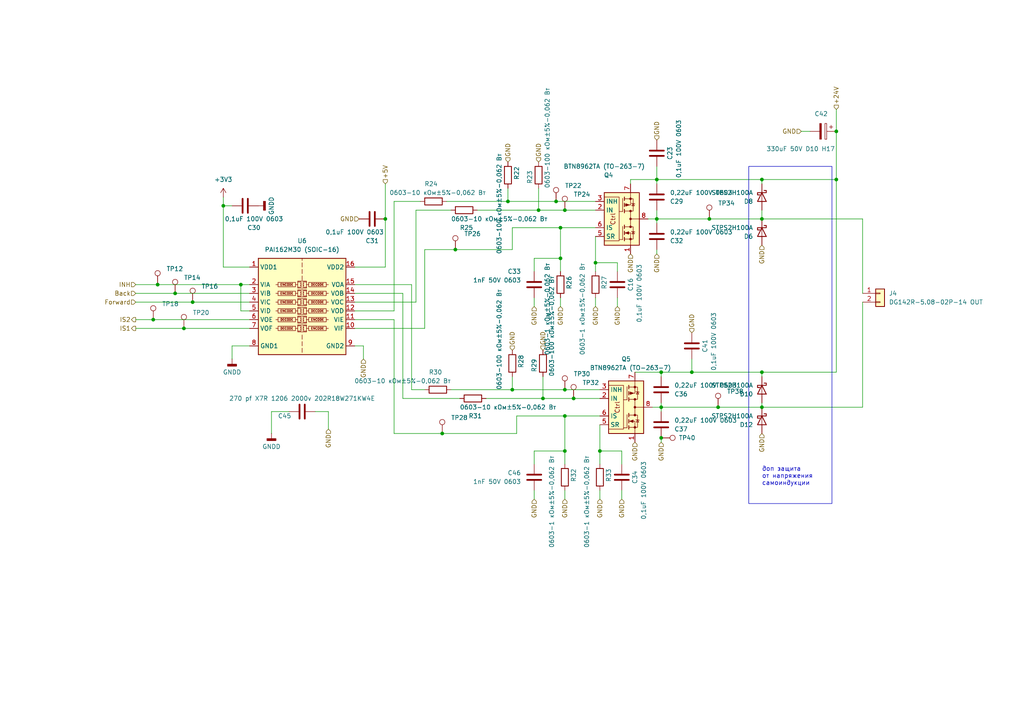
<source format=kicad_sch>
(kicad_sch (version 20250114) (generator "eeschema") (generator_version "9.0")
  (paper "A4")
  (lib_symbols
    (symbol "Connector:TestPoint" (pin_numbers (hide yes)) (pin_names (offset 0.762) (hide yes))
      (property "Reference" "TP" (at 0 6.858 0))
      (property "Value" "TestPoint" (at 0 5.08 0))
      (symbol "TestPoint_0_1"
        (circle (center 0 3.302) (radius 0.762))
      )
      (symbol "TestPoint_1_1"
        (pin passive line (at 0 0 90) (length 2.54) (name "1") (number "1"))
      )
    )
    (symbol "Connector_Generic:Conn_01x02" (pin_names (offset 1.016) (hide yes))
      (property "Reference" "J" (at 0 2.54 0))
      (property "Value" "Conn_01x02" (at 0 -5.08 0))
      (symbol "Conn_01x02_1_1"
        (rectangle (start -1.27 1.27) (end 1.27 -3.81) (stroke (width 0.254)) (fill (type background)))
        (rectangle (start -1.27 0.127) (end 0 -0.127) (stroke (width 0.1524)))
        (rectangle (start -1.27 -2.413) (end 0 -2.667) (stroke (width 0.1524)))
        (pin passive line (at -5.08 0 0) (length 3.81) (name "Pin_1") (number "1"))
        (pin passive line (at -5.08 -2.54 0) (length 3.81) (name "Pin_2") (number "2"))
      )
    )
    (symbol "Device:C" (pin_numbers (hide yes)) (pin_names (offset 0.254))
      (property "Reference" "C" (at 0.635 2.54 0))
      (property "Value" "C" (at 0.635 -2.54 0))
      (symbol "C_0_1"
        (polyline (pts (xy -2.032 0.762) (xy 2.032 0.762)) (stroke (width 0.508)))
        (polyline (pts (xy -2.032 -0.762) (xy 2.032 -0.762)) (stroke (width 0.508)))
      )
      (symbol "C_1_1"
        (pin passive line (at 0 3.81 270) (length 2.794) (name "~") (number "1"))
        (pin passive line (at 0 -3.81 90) (length 2.794) (name "~") (number "2"))
      )
    )
    (symbol "Device:C_Polarized" (pin_numbers (hide yes)) (pin_names (offset 0.254))
      (property "Reference" "C" (at 0.635 2.54 0))
      (property "Value" "C_Polarized" (at 0.635 -2.54 0))
      (symbol "C_Polarized_0_1"
        (rectangle (start -2.286 0.508) (end 2.286 1.016))
        (polyline (pts (xy -1.778 2.286) (xy -0.762 2.286)))
        (polyline (pts (xy -1.27 2.794) (xy -1.27 1.778)))
        (rectangle (start 2.286 -0.508) (end -2.286 -1.016) (fill (type outline)))
      )
      (symbol "C_Polarized_1_1"
        (pin passive line (at 0 3.81 270) (length 2.794) (name "~") (number "1"))
        (pin passive line (at 0 -3.81 90) (length 2.794) (name "~") (number "2"))
      )
    )
    (symbol "Device:D_Schottky" (pin_numbers (hide yes)) (pin_names (offset 1.016) (hide yes))
      (property "Reference" "D" (at 0 2.54 0))
      (property "Value" "D_Schottky" (at 0 -2.54 0))
      (symbol "D_Schottky_0_1"
        (polyline (pts (xy -1.905 0.635) (xy -1.905 1.27) (xy -1.27 1.27) (xy -1.27 -1.27) (xy -0.635 -1.27) (xy -0.635 -0.635)) (stroke (width 0.254)))
        (polyline (pts (xy 1.27 1.27) (xy 1.27 -1.27) (xy -1.27 0) (xy 1.27 1.27)) (stroke (width 0.254)))
        (polyline (pts (xy 1.27 0) (xy -1.27 0)))
      )
      (symbol "D_Schottky_1_1"
        (pin passive line (at -3.81 0 0) (length 2.54) (name "K") (number "1"))
        (pin passive line (at 3.81 0 180) (length 2.54) (name "A") (number "2"))
      )
    )
    (symbol "Device:R" (pin_numbers (hide yes)) (pin_names (offset 0))
      (property "Reference" "R" (at 2.032 0 90))
      (property "Value" "R" (at 0 0 90))
      (symbol "R_0_1"
        (rectangle (start -1.016 -2.54) (end 1.016 2.54) (stroke (width 0.254)))
      )
      (symbol "R_1_1"
        (pin passive line (at 0 3.81 270) (length 1.27) (name "~") (number "1"))
        (pin passive line (at 0 -3.81 90) (length 1.27) (name "~") (number "2"))
      )
    )
    (symbol "Isolator 7:π162M3x"
      (property "Reference" "U" (at 0 19.05 0))
      (property "Value" "π162M3x" (at 0 16.51 0))
      (symbol "π162M3x_0_0"
        (polyline (pts (xy -6.985 7.62) (xy -7.62 7.62)))
        (polyline (pts (xy -6.985 5.08) (xy -7.62 5.08)))
        (polyline (pts (xy -6.985 2.54) (xy -7.62 2.54)))
        (polyline (pts (xy -6.985 0) (xy -7.62 0)))
        (polyline (pts (xy -6.985 -2.54) (xy -7.62 -2.54)))
        (rectangle (start -6.985 -3.175) (end -1.905 -1.905))
        (polyline (pts (xy -6.985 -5.08) (xy -7.62 -5.08)))
        (rectangle (start -6.985 -5.715) (end -1.905 -4.445))
        (polyline (pts (xy -1.905 7.62) (xy -1.27 7.62)))
        (polyline (pts (xy -1.905 5.08) (xy -1.27 5.08)))
        (polyline (pts (xy -1.905 2.54) (xy -1.27 2.54)))
        (rectangle (start -1.905 0.635) (end -6.985 -0.635))
        (polyline (pts (xy -1.905 0) (xy -1.27 0)))
        (polyline (pts (xy -1.905 -2.54) (xy -1.27 -2.54)))
        (polyline (pts (xy -1.905 -5.08) (xy -1.27 -5.08)))
        (rectangle (start -1.27 8.636) (end 1.27 6.604))
        (polyline (pts (xy -1.27 8.382) (xy -0.508 8.382)))
        (polyline (pts (xy -1.27 6.858) (xy -0.508 6.858)))
        (rectangle (start -1.27 6.096) (end 1.27 4.064))
        (polyline (pts (xy -1.27 5.842) (xy -0.508 5.842)))
        (polyline (pts (xy -1.27 4.318) (xy -0.508 4.318)))
        (rectangle (start -1.27 3.556) (end 1.27 1.524))
        (polyline (pts (xy -1.27 3.302) (xy -0.508 3.302)))
        (polyline (pts (xy -1.27 1.778) (xy -0.508 1.778)))
        (rectangle (start -1.27 1.016) (end 1.27 -1.016))
        (polyline (pts (xy -1.27 0.762) (xy -0.508 0.762)))
        (polyline (pts (xy -1.27 -0.762) (xy -0.508 -0.762)))
        (polyline (pts (xy -1.27 -1.778) (xy -0.508 -1.778)))
        (polyline (pts (xy -1.27 -3.302) (xy -0.508 -3.302)))
        (rectangle (start -1.27 -3.556) (end 1.27 -1.524))
        (polyline (pts (xy -1.27 -4.318) (xy -0.508 -4.318)))
        (polyline (pts (xy -1.27 -5.842) (xy -0.508 -5.842)))
        (rectangle (start -1.27 -6.096) (end 1.27 -4.064))
        (arc (start -0.508 8.382) (mid -0.2551 8.128) (end -0.508 7.874))
        (arc (start -0.508 7.874) (mid -0.2551 7.62) (end -0.508 7.366))
        (arc (start -0.508 7.366) (mid -0.2551 7.112) (end -0.508 6.858))
        (arc (start -0.508 5.842) (mid -0.2551 5.588) (end -0.508 5.334))
        (arc (start -0.508 5.334) (mid -0.2551 5.08) (end -0.508 4.826))
        (arc (start -0.508 4.826) (mid -0.2551 4.572) (end -0.508 4.318))
        (arc (start -0.508 3.302) (mid -0.2551 3.048) (end -0.508 2.794))
        (arc (start -0.508 2.794) (mid -0.2551 2.54) (end -0.508 2.286))
        (arc (start -0.508 2.286) (mid -0.2551 2.032) (end -0.508 1.778))
        (arc (start -0.508 0.762) (mid -0.2551 0.508) (end -0.508 0.254))
        (arc (start -0.508 0.254) (mid -0.2551 0) (end -0.508 -0.254))
        (arc (start -0.508 -0.254) (mid -0.2551 -0.508) (end -0.508 -0.762))
        (arc (start -0.508 -1.778) (mid -0.255 -2.032) (end -0.508 -2.286))
        (arc (start -0.508 -2.286) (mid -0.255 -2.54) (end -0.508 -2.794))
        (arc (start -0.508 -2.794) (mid -0.255 -3.048) (end -0.508 -3.302))
        (arc (start -0.508 -4.318) (mid -0.255 -4.572) (end -0.508 -4.826))
        (arc (start -0.508 -4.826) (mid -0.255 -5.08) (end -0.508 -5.334))
        (arc (start -0.508 -5.334) (mid -0.255 -5.588) (end -0.508 -5.842))
        (polyline (pts (xy 0 15.24) (xy 0 14.605)))
        (polyline (pts (xy 0 12.7) (xy 0 13.97)))
        (polyline (pts (xy 0 10.795) (xy 0 12.065)))
        (polyline (pts (xy 0 8.89) (xy 0 10.16)))
        (polyline (pts (xy 0 -6.985) (xy 0 -8.255)))
        (polyline (pts (xy 0 -8.89) (xy 0 -10.16)))
        (polyline (pts (xy 0 -10.795) (xy 0 -12.065)))
        (arc (start 0.508 7.874) (mid 0.255 8.128) (end 0.508 8.382))
        (arc (start 0.508 7.366) (mid 0.255 7.62) (end 0.508 7.874))
        (arc (start 0.508 6.858) (mid 0.255 7.112) (end 0.508 7.366))
        (arc (start 0.508 5.334) (mid 0.255 5.588) (end 0.508 5.842))
        (arc (start 0.508 4.826) (mid 0.255 5.08) (end 0.508 5.334))
        (arc (start 0.508 4.318) (mid 0.255 4.572) (end 0.508 4.826))
        (arc (start 0.508 2.794) (mid 0.255 3.048) (end 0.508 3.302))
        (arc (start 0.508 2.286) (mid 0.255 2.54) (end 0.508 2.794))
        (arc (start 0.508 1.778) (mid 0.255 2.032) (end 0.508 2.286))
        (arc (start 0.508 0.254) (mid 0.255 0.508) (end 0.508 0.762))
        (arc (start 0.508 -0.254) (mid 0.255 0) (end 0.508 0.254))
        (arc (start 0.508 -0.762) (mid 0.255 -0.508) (end 0.508 -0.254))
        (arc (start 0.508 -2.286) (mid 0.255 -2.032) (end 0.508 -1.778))
        (arc (start 0.508 -2.794) (mid 0.255 -2.54) (end 0.508 -2.286))
        (arc (start 0.508 -3.302) (mid 0.255 -3.048) (end 0.508 -2.794))
        (arc (start 0.508 -4.826) (mid 0.255 -4.572) (end 0.508 -4.318))
        (arc (start 0.508 -5.334) (mid 0.255 -5.08) (end 0.508 -4.826))
        (arc (start 0.508 -5.842) (mid 0.255 -5.588) (end 0.508 -5.334))
        (polyline (pts (xy 1.27 8.382) (xy 0.508 8.382)))
        (polyline (pts (xy 1.27 6.858) (xy 0.508 6.858)))
        (polyline (pts (xy 1.27 5.842) (xy 0.508 5.842)))
        (polyline (pts (xy 1.27 4.318) (xy 0.508 4.318)))
        (polyline (pts (xy 1.27 3.302) (xy 0.508 3.302)))
        (polyline (pts (xy 1.27 1.778) (xy 0.508 1.778)))
        (polyline (pts (xy 1.27 0.762) (xy 0.508 0.762)))
        (polyline (pts (xy 1.27 -0.762) (xy 0.508 -0.762)))
        (polyline (pts (xy 1.27 -1.778) (xy 0.508 -1.778)))
        (polyline (pts (xy 1.27 -3.302) (xy 0.508 -3.302)))
        (polyline (pts (xy 1.27 -4.318) (xy 0.508 -4.318)))
        (polyline (pts (xy 1.27 -5.842) (xy 0.508 -5.842)))
        (rectangle (start 1.905 8.255) (end 6.985 6.985))
        (polyline (pts (xy 1.905 7.62) (xy 1.27 7.62)))
        (rectangle (start 1.905 5.715) (end 6.985 4.445))
        (polyline (pts (xy 1.905 5.08) (xy 1.27 5.08)))
        (rectangle (start 1.905 3.175) (end 6.985 1.905))
        (polyline (pts (xy 1.905 2.54) (xy 1.27 2.54)))
        (rectangle (start 1.905 0.635) (end 6.985 -0.635))
        (polyline (pts (xy 1.905 0) (xy 1.27 0)))
        (polyline (pts (xy 1.905 -2.54) (xy 1.27 -2.54)))
        (polyline (pts (xy 1.905 -5.08) (xy 1.27 -5.08)))
        (polyline (pts (xy 6.985 7.62) (xy 7.62 7.62)))
        (polyline (pts (xy 6.985 5.08) (xy 7.62 5.08)))
        (polyline (pts (xy 6.985 2.54) (xy 7.62 2.54)))
        (polyline (pts (xy 6.985 0) (xy 7.62 0)))
        (polyline (pts (xy 6.985 -2.54) (xy 7.62 -2.54)))
        (polyline (pts (xy 6.985 -5.08) (xy 7.62 -5.08)))
        (rectangle (start 6.985 -5.715) (end 1.905 -4.445))
        (text "ENCODE" (at -4.445 7.62 0) (effects (font (size 0.635 0.635))))
        (text "ENCODE" (at -4.445 5.08 0) (effects (font (size 0.635 0.635))))
        (text "ENCODE" (at -4.445 2.54 0) (effects (font (size 0.635 0.635))))
        (text "ENCODE" (at -4.445 0 0) (effects (font (size 0.635 0.635))))
        (text "DECODE" (at -4.445 -2.54 0) (effects (font (size 0.635 0.635))))
        (text "DECODE" (at -4.445 -5.08 0) (effects (font (size 0.635 0.635))))
        (text "DECODE" (at 4.445 7.62 0) (effects (font (size 0.635 0.635))))
        (text "DECODE" (at 4.445 5.08 0) (effects (font (size 0.635 0.635))))
        (text "DECODE" (at 4.445 2.54 0) (effects (font (size 0.635 0.635))))
        (text "DECODE" (at 4.445 0 0) (effects (font (size 0.635 0.635))))
        (text "ENCODE" (at 4.445 -2.54 0) (effects (font (size 0.635 0.635))))
        (text "ENCODE" (at 4.445 -5.08 0) (effects (font (size 0.635 0.635))))
      )
      (symbol "π162M3x_0_1"
        (rectangle (start -12.7 15.24) (end 12.7 -12.7) (stroke (width 0.254)) (fill (type background)))
        (rectangle (start -1.905 8.255) (end -6.985 6.985))
        (rectangle (start -1.905 5.715) (end -6.985 4.445))
        (rectangle (start -1.905 3.175) (end -6.985 1.905))
        (rectangle (start 6.985 -3.175) (end 1.905 -1.905))
      )
      (symbol "π162M3x_1_1"
        (pin power_in line (at -15.24 12.7 0) (length 2.54) (name "VDD1") (number "1"))
        (pin input line (at -15.24 7.62 0) (length 2.54) (name "VIA") (number "2"))
        (pin input line (at -15.24 5.08 0) (length 2.54) (name "VIB") (number "3"))
        (pin input line (at -15.24 2.54 0) (length 2.54) (name "VIC") (number "4"))
        (pin input line (at -15.24 0 0) (length 2.54) (name "VID") (number "5"))
        (pin output line (at -15.24 -2.54 0) (length 2.54) (name "VOE") (number "6"))
        (pin output line (at -15.24 -5.08 0) (length 2.54) (name "VOF") (number "7"))
        (pin power_in line (at -15.24 -10.16 0) (length 2.54) (name "GND1") (number "8"))
        (pin power_in line (at 15.24 12.7 180) (length 2.54) (name "VDD2") (number "16"))
        (pin output line (at 15.24 7.62 180) (length 2.54) (name "VOA") (number "15"))
        (pin output line (at 15.24 5.08 180) (length 2.54) (name "VOB") (number "14"))
        (pin output line (at 15.24 2.54 180) (length 2.54) (name "VOC") (number "13"))
        (pin output line (at 15.24 0 180) (length 2.54) (name "VOD") (number "12"))
        (pin input line (at 15.24 -2.54 180) (length 2.54) (name "VIE") (number "11"))
        (pin input line (at 15.24 -5.08 180) (length 2.54) (name "VIF") (number "10"))
        (pin power_in line (at 15.24 -10.16 180) (length 2.54) (name "GND2") (number "9"))
      )
    )
    (symbol "Power_Management:BTN8982TA"
      (property "Reference" "Q" (at 6.35 5.715 0))
      (property "Value" "BTN8982TA" (at 6.35 3.81 0))
      (symbol "BTN8982TA_0_1"
        (rectangle (start -5.08 7.62) (end 5.08 -7.62) (stroke (width 0.254)) (fill (type background)))
        (polyline (pts (xy -5.08 6.35) (xy -0.762 6.35) (xy -0.762 -6.35) (xy -5.08 -6.35)))
        (polyline (pts (xy 0.254 2.159) (xy -0.762 2.159)))
        (polyline (pts (xy 0.254 -5.969) (xy -0.762 -5.969)))
        (polyline (pts (xy 2.54 2.286) (xy 2.54 -2.286)))
        (polyline (pts (xy 2.54 0) (xy 5.08 0)))
        (polyline (pts (xy 2.54 -5.842) (xy 2.54 -7.62) (xy 2.54 -6.858)))
      )
      (symbol "BTN8982TA_1_0"
        (text "Ctrl" (at -2.54 0 900) (effects (font (size 1.27 1.27))))
      )
      (symbol "BTN8982TA_1_1"
        (polyline (pts (xy 0.254 5.969) (xy 0.254 2.159) (xy 0.254 2.159)))
        (polyline (pts (xy 0.254 -2.159) (xy 0.254 -5.969) (xy 0.254 -5.969)))
        (polyline (pts (xy 0.762 6.35) (xy 0.762 5.334)) (stroke (width 0.254)))
        (polyline (pts (xy 0.762 5.842) (xy 2.54 5.842)))
        (polyline (pts (xy 0.762 4.572) (xy 0.762 3.556)) (stroke (width 0.254)))
        (polyline (pts (xy 0.762 4.064) (xy 2.54 4.064)))
        (polyline (pts (xy 0.762 2.794) (xy 0.762 1.778)) (stroke (width 0.254)))
        (polyline (pts (xy 0.762 2.286) (xy 2.54 2.286)))
        (polyline (pts (xy 0.762 -1.778) (xy 0.762 -2.794)) (stroke (width 0.254)))
        (polyline (pts (xy 0.762 -2.286) (xy 2.54 -2.286)))
        (polyline (pts (xy 0.762 -3.556) (xy 0.762 -4.572)) (stroke (width 0.254)))
        (polyline (pts (xy 0.762 -4.064) (xy 2.54 -4.064)))
        (polyline (pts (xy 0.762 -5.334) (xy 0.762 -6.35)) (stroke (width 0.254)))
        (polyline (pts (xy 0.762 -5.842) (xy 2.54 -5.842)))
        (polyline (pts (xy 1.016 -4.064) (xy 2.032 -3.683) (xy 2.032 -4.445) (xy 1.016 -4.064)) (fill (type outline)))
        (polyline (pts (xy 2.159 4.064) (xy 1.143 3.683) (xy 1.143 4.445) (xy 2.159 4.064)) (fill (type outline)))
        (polyline (pts (xy 2.54 7.62) (xy 2.54 5.842)))
        (circle (center 2.54 5.842) (radius 0.2794) (fill (type outline)))
        (polyline (pts (xy 2.54 4.064) (xy 2.54 5.842)))
        (polyline (pts (xy 2.54 2.286) (xy 3.302 2.286) (xy 3.302 5.842) (xy 2.54 5.842)))
        (circle (center 2.54 2.286) (radius 0.2794) (fill (type outline)))
        (circle (center 2.54 0) (radius 0.2794) (fill (type outline)))
        (circle (center 2.54 -2.286) (radius 0.2794) (fill (type outline)))
        (polyline (pts (xy 2.54 -5.842) (xy 2.54 -4.064)))
        (polyline (pts (xy 2.54 -5.842) (xy 3.302 -5.842) (xy 3.302 -2.286) (xy 2.54 -2.286)))
        (circle (center 2.54 -5.842) (radius 0.2794) (fill (type outline)))
        (polyline (pts (xy 2.794 4.572) (xy 2.921 4.445) (xy 3.683 4.445) (xy 3.81 4.318)))
        (polyline (pts (xy 2.794 -3.556) (xy 2.921 -3.683) (xy 3.683 -3.683) (xy 3.81 -3.81)))
        (polyline (pts (xy 3.302 4.445) (xy 2.921 3.81) (xy 3.683 3.81) (xy 3.302 4.445)))
        (polyline (pts (xy 3.302 -3.683) (xy 2.921 -4.318) (xy 3.683 -4.318) (xy 3.302 -3.683)))
        (pin input line (at -7.62 5.08 0) (length 2.54) (name "INH") (number "3"))
        (pin input line (at -7.62 2.54 0) (length 2.54) (name "IN") (number "2"))
        (pin output line (at -7.62 -2.54 0) (length 2.54) (name "IS") (number "6"))
        (pin input line (at -7.62 -5.08 0) (length 2.54) (name "SR") (number "5"))
        (pin power_in line (at 2.54 10.16 270) (length 2.54) (name "~") (number "7"))
        (pin power_in line (at 2.54 -10.16 90) (length 2.54) (name "~") (number "1"))
        (pin passive line (at 7.62 0 180) (length 2.54) (hide yes) (name "~") (number "4"))
        (pin passive line (at 7.62 0 180) (length 2.54) (name "~") (number "8"))
      )
    )
    (symbol "power:+3V3" (power) (pin_numbers (hide yes)) (pin_names (offset 0) (hide yes))
      (property "Value" "+3V3" (at 0 3.556 0))
      (symbol "+3V3_0_1"
        (polyline (pts (xy -0.762 1.27) (xy 0 2.54)))
        (polyline (pts (xy 0 2.54) (xy 0.762 1.27)))
        (polyline (pts (xy 0 0) (xy 0 2.54)))
      )
      (symbol "+3V3_1_1"
        (pin power_in line (at 0 0 90) (length 0) (name "~") (number "1"))
      )
    )
    (symbol "power:GNDD" (power) (pin_numbers (hide yes)) (pin_names (offset 0) (hide yes))
      (property "Value" "GNDD" (at 0 -3.175 0))
      (symbol "GNDD_0_1"
        (rectangle (start -1.27 -1.524) (end 1.27 -2.032) (stroke (width 0.254)) (fill (type outline)))
        (polyline (pts (xy 0 0) (xy 0 -1.524)))
      )
      (symbol "GNDD_1_1"
        (pin power_in line (at 0 0 270) (length 0) (name "~") (number "1"))
      )
    )
  )
  (rectangle (start 217.17 48.26) (end 241.3 146.05))
  (text "доп защита\nот напряжения\nсамоиндукции" (at 220.98 140.97 0) (effects (font (size 1.27 1.27)) (justify left bottom)))
  (junction (at 191.77 107.95))
  (junction (at 220.98 107.95))
  (junction (at 111.76 63.5))
  (junction (at 208.28 118.11))
  (junction (at 173.99 130.81))
  (junction (at 191.77 118.11))
  (junction (at 190.5 52.07))
  (junction (at 242.57 52.07))
  (junction (at 220.98 118.11))
  (junction (at 190.5 63.5))
  (junction (at 205.74 63.5))
  (junction (at 148.59 113.03))
  (junction (at 161.29 58.42))
  (junction (at 128.27 125.73))
  (junction (at 200.66 107.95))
  (junction (at 55.88 87.63))
  (junction (at 162.56 74.93))
  (junction (at 69.85 82.55))
  (junction (at 191.77 127))
  (junction (at 45.72 82.55))
  (junction (at 50.8 85.09))
  (junction (at 156.21 60.96))
  (junction (at 220.98 52.07))
  (junction (at 157.48 115.57))
  (junction (at 163.83 113.03))
  (junction (at 242.57 38.1))
  (junction (at 53.34 95.25))
  (junction (at 147.32 58.42))
  (junction (at 163.83 60.96))
  (junction (at 64.77 59.69))
  (junction (at 132.08 72.39))
  (junction (at 166.37 115.57))
  (junction (at 162.56 66.04))
  (junction (at 220.98 63.5))
  (junction (at 172.72 76.2))
  (junction (at 163.83 130.81))
  (junction (at 163.83 120.65))
  (junction (at 44.45 92.71))
  (wire (pts (xy 55.88 87.63) (xy 72.39 87.63)))
  (wire (pts (xy 220.98 63.5) (xy 250.19 63.5)))
  (wire (pts (xy 163.83 60.96) (xy 156.21 60.96)))
  (wire (pts (xy 95.25 119.38) (xy 95.25 124.46)))
  (wire (pts (xy 120.65 60.96) (xy 120.65 87.63)))
  (wire (pts (xy 130.81 60.96) (xy 120.65 60.96)))
  (wire (pts (xy 67.31 100.33) (xy 67.31 104.14)))
  (wire (pts (xy 173.99 130.81) (xy 173.99 134.62)))
  (wire (pts (xy 78.74 119.38) (xy 83.82 119.38)))
  (wire (pts (xy 129.54 58.42) (xy 147.32 58.42)))
  (wire (pts (xy 105.41 100.33) (xy 105.41 104.14)))
  (wire (pts (xy 190.5 63.5) (xy 205.74 63.5)))
  (wire (pts (xy 161.29 58.42) (xy 172.72 58.42)))
  (wire (pts (xy 69.85 82.55) (xy 72.39 82.55)))
  (wire (pts (xy 50.8 85.09) (xy 72.39 85.09)))
  (wire (pts (xy 205.74 63.5) (xy 220.98 63.5)))
  (wire (pts (xy 189.23 118.11) (xy 191.77 118.11)))
  (wire (pts (xy 114.3 58.42) (xy 121.92 58.42)))
  (wire (pts (xy 180.34 134.62) (xy 180.34 130.81)))
  (wire (pts (xy 173.99 123.19) (xy 173.99 130.81)))
  (wire (pts (xy 45.72 82.55) (xy 69.85 82.55)))
  (wire (pts (xy 111.76 77.47) (xy 111.76 63.5)))
  (wire (pts (xy 191.77 127) (xy 191.77 128.27)))
  (wire (pts (xy 78.74 125.73) (xy 78.74 119.38)))
  (wire (pts (xy 147.32 58.42) (xy 161.29 58.42)))
  (wire (pts (xy 220.98 52.07) (xy 242.57 52.07)))
  (wire (pts (xy 179.07 78.74) (xy 179.07 76.2)))
  (wire (pts (xy 39.37 85.09) (xy 50.8 85.09)))
  (wire (pts (xy 149.86 120.65) (xy 149.86 125.73)))
  (wire (pts (xy 179.07 76.2) (xy 172.72 76.2)))
  (wire (pts (xy 130.81 113.03) (xy 148.59 113.03)))
  (wire (pts (xy 39.37 87.63) (xy 55.88 87.63)))
  (wire (pts (xy 69.85 90.17) (xy 69.85 82.55)))
  (wire (pts (xy 250.19 87.63) (xy 250.19 118.11)))
  (wire (pts (xy 119.38 82.55) (xy 102.87 82.55)))
  (wire (pts (xy 234.95 38.1) (xy 232.41 38.1)))
  (wire (pts (xy 191.77 116.84) (xy 191.77 118.11)))
  (wire (pts (xy 191.77 107.95) (xy 200.66 107.95)))
  (wire (pts (xy 72.39 90.17) (xy 69.85 90.17)))
  (wire (pts (xy 119.38 82.55) (xy 119.38 113.03)))
  (wire (pts (xy 163.83 113.03) (xy 173.99 113.03)))
  (wire (pts (xy 172.72 88.9) (xy 172.72 86.36)))
  (wire (pts (xy 123.19 72.39) (xy 132.08 72.39)))
  (wire (pts (xy 64.77 59.69) (xy 67.31 59.69)))
  (wire (pts (xy 123.19 72.39) (xy 123.19 95.25)))
  (wire (pts (xy 102.87 92.71) (xy 114.3 92.71)))
  (wire (pts (xy 154.94 78.74) (xy 154.94 74.93)))
  (wire (pts (xy 172.72 68.58) (xy 172.72 76.2)))
  (wire (pts (xy 220.98 60.96) (xy 220.98 63.5)))
  (wire (pts (xy 184.15 107.95) (xy 191.77 107.95)))
  (wire (pts (xy 154.94 134.62) (xy 154.94 130.81)))
  (wire (pts (xy 242.57 52.07) (xy 242.57 107.95)))
  (wire (pts (xy 102.87 87.63) (xy 120.65 87.63)))
  (wire (pts (xy 147.32 58.42) (xy 147.32 54.61)))
  (wire (pts (xy 220.98 52.07) (xy 220.98 53.34)))
  (wire (pts (xy 157.48 109.22) (xy 157.48 115.57)))
  (wire (pts (xy 114.3 58.42) (xy 114.3 90.17)))
  (wire (pts (xy 154.94 130.81) (xy 163.83 130.81)))
  (wire (pts (xy 220.98 107.95) (xy 242.57 107.95)))
  (wire (pts (xy 116.84 115.57) (xy 133.35 115.57)))
  (wire (pts (xy 242.57 38.1) (xy 242.57 31.75)))
  (wire (pts (xy 172.72 60.96) (xy 163.83 60.96)))
  (wire (pts (xy 138.43 60.96) (xy 156.21 60.96)))
  (wire (pts (xy 53.34 95.25) (xy 72.39 95.25)))
  (wire (pts (xy 132.08 72.39) (xy 148.59 72.39)))
  (wire (pts (xy 114.3 92.71) (xy 114.3 125.73)))
  (wire (pts (xy 180.34 142.24) (xy 180.34 144.78)))
  (wire (pts (xy 220.98 116.84) (xy 220.98 118.11)))
  (wire (pts (xy 180.34 130.81) (xy 173.99 130.81)))
  (wire (pts (xy 156.21 54.61) (xy 156.21 60.96)))
  (wire (pts (xy 190.5 52.07) (xy 220.98 52.07)))
  (wire (pts (xy 200.66 107.95) (xy 220.98 107.95)))
  (wire (pts (xy 190.5 60.96) (xy 190.5 63.5)))
  (wire (pts (xy 173.99 144.78) (xy 173.99 142.24)))
  (wire (pts (xy 191.77 119.38) (xy 191.77 118.11)))
  (wire (pts (xy 191.77 118.11) (xy 208.28 118.11)))
  (wire (pts (xy 128.27 125.73) (xy 149.86 125.73)))
  (wire (pts (xy 102.87 95.25) (xy 123.19 95.25)))
  (wire (pts (xy 200.66 104.14) (xy 200.66 107.95)))
  (wire (pts (xy 39.37 82.55) (xy 45.72 82.55)))
  (wire (pts (xy 162.56 88.9) (xy 162.56 86.36)))
  (wire (pts (xy 162.56 66.04) (xy 172.72 66.04)))
  (wire (pts (xy 114.3 90.17) (xy 102.87 90.17)))
  (wire (pts (xy 64.77 59.69) (xy 64.77 77.47)))
  (wire (pts (xy 39.37 92.71) (xy 44.45 92.71)))
  (wire (pts (xy 140.97 115.57) (xy 157.48 115.57)))
  (wire (pts (xy 102.87 85.09) (xy 116.84 85.09)))
  (wire (pts (xy 190.5 72.39) (xy 190.5 73.66)))
  (wire (pts (xy 163.83 120.65) (xy 149.86 120.65)))
  (wire (pts (xy 44.45 92.71) (xy 72.39 92.71)))
  (wire (pts (xy 105.41 100.33) (xy 102.87 100.33)))
  (wire (pts (xy 190.5 48.26) (xy 190.5 52.07)))
  (wire (pts (xy 148.59 66.04) (xy 148.59 72.39)))
  (wire (pts (xy 162.56 66.04) (xy 148.59 66.04)))
  (wire (pts (xy 163.83 134.62) (xy 163.83 130.81)))
  (wire (pts (xy 182.88 52.07) (xy 190.5 52.07)))
  (wire (pts (xy 163.83 120.65) (xy 173.99 120.65)))
  (wire (pts (xy 166.37 115.57) (xy 173.99 115.57)))
  (wire (pts (xy 64.77 57.15) (xy 64.77 59.69)))
  (wire (pts (xy 191.77 107.95) (xy 191.77 109.22)))
  (wire (pts (xy 187.96 63.5) (xy 190.5 63.5)))
  (wire (pts (xy 242.57 52.07) (xy 242.57 38.1)))
  (wire (pts (xy 208.28 118.11) (xy 220.98 118.11)))
  (wire (pts (xy 39.37 95.25) (xy 53.34 95.25)))
  (wire (pts (xy 163.83 144.78) (xy 163.83 142.24)))
  (wire (pts (xy 179.07 86.36) (xy 179.07 88.9)))
  (wire (pts (xy 114.3 125.73) (xy 128.27 125.73)))
  (wire (pts (xy 250.19 63.5) (xy 250.19 85.09)))
  (wire (pts (xy 163.83 130.81) (xy 163.83 120.65)))
  (wire (pts (xy 116.84 85.09) (xy 116.84 115.57)))
  (wire (pts (xy 102.87 77.47) (xy 111.76 77.47)))
  (wire (pts (xy 190.5 64.77) (xy 190.5 63.5)))
  (wire (pts (xy 111.76 53.34) (xy 111.76 63.5)))
  (wire (pts (xy 91.44 119.38) (xy 95.25 119.38)))
  (wire (pts (xy 154.94 74.93) (xy 162.56 74.93)))
  (wire (pts (xy 154.94 144.78) (xy 154.94 142.24)))
  (wire (pts (xy 119.38 113.03) (xy 123.19 113.03)))
  (wire (pts (xy 220.98 109.22) (xy 220.98 107.95)))
  (wire (pts (xy 64.77 77.47) (xy 72.39 77.47)))
  (wire (pts (xy 182.88 52.07) (xy 182.88 53.34)))
  (wire (pts (xy 220.98 118.11) (xy 250.19 118.11)))
  (wire (pts (xy 154.94 88.9) (xy 154.94 86.36)))
  (wire (pts (xy 148.59 113.03) (xy 148.59 109.22)))
  (wire (pts (xy 72.39 100.33) (xy 67.31 100.33)))
  (wire (pts (xy 172.72 76.2) (xy 172.72 78.74)))
  (wire (pts (xy 162.56 78.74) (xy 162.56 74.93)))
  (wire (pts (xy 148.59 113.03) (xy 163.83 113.03)))
  (wire (pts (xy 157.48 115.57) (xy 166.37 115.57)))
  (wire (pts (xy 162.56 74.93) (xy 162.56 66.04)))
  (wire (pts (xy 190.5 52.07) (xy 190.5 53.34)))
  (hierarchical_label "GND" (shape input) (at 173.99 144.78 270))
  (hierarchical_label "GND" (shape input) (at 190.5 73.66 270))
  (hierarchical_label "GND" (shape input) (at 105.41 104.14 270))
  (hierarchical_label "GND" (shape input) (at 190.5 40.64 90))
  (hierarchical_label "Forward" (shape input) (at 39.37 87.63 180))
  (hierarchical_label "GND" (shape input) (at 157.48 101.6 90))
  (hierarchical_label "GND" (shape input) (at 220.98 125.73 270))
  (hierarchical_label "Back" (shape input) (at 39.37 85.09 180))
  (hierarchical_label "GND" (shape input) (at 179.07 88.9 270))
  (hierarchical_label "GND" (shape input) (at 232.41 38.1 180))
  (hierarchical_label "IS1" (shape output) (at 39.37 95.25 180))
  (hierarchical_label "GND" (shape input) (at 147.32 46.99 90))
  (hierarchical_label "GND" (shape input) (at 163.83 144.78 270))
  (hierarchical_label "GND" (shape input) (at 182.88 73.66 270))
  (hierarchical_label "GND" (shape input) (at 162.56 88.9 270))
  (hierarchical_label "+24V" (shape input) (at 242.57 31.75 90))
  (hierarchical_label "GND" (shape input) (at 104.14 63.5 180))
  (hierarchical_label "GND" (shape input) (at 148.59 101.6 90))
  (hierarchical_label "GND" (shape input) (at 154.94 88.9 270))
  (hierarchical_label "GND" (shape input) (at 95.25 124.46 270))
  (hierarchical_label "IS2" (shape output) (at 39.37 92.71 180))
  (hierarchical_label "GND" (shape input) (at 156.21 46.99 90))
  (hierarchical_label "+5V" (shape input) (at 111.76 53.34 90))
  (hierarchical_label "INH" (shape input) (at 39.37 82.55 180))
  (hierarchical_label "GND" (shape input) (at 172.72 88.9 270))
  (hierarchical_label "GND" (shape input) (at 154.94 144.78 270))
  (hierarchical_label "GND" (shape input) (at 191.77 128.27 270))
  (hierarchical_label "GND" (shape input) (at 184.15 128.27 270))
  (hierarchical_label "GND" (shape input) (at 180.34 144.78 270))
  (hierarchical_label "GND" (shape input) (at 220.98 71.12 270))
  (hierarchical_label "GND" (shape input) (at 200.66 96.52 90))
  (symbol (lib_id "Device:C") (at 154.94 82.55 0) (mirror x) (unit 1)
    (property "Reference" "C21" (at 151.13 78.74 0) (effects (justify right)))
    (property "Value" "1nF 50V 0603" (at 151.13 81.28 0) (effects (justify right)))
    (property "Footprint" "Capacitor_SMD:C_0603_1608Metric_Pad1.08x0.95mm_HandSolder" (effects (hide yes)))
    (property "Description" "Unpolarized capacitor" (effects (hide yes)))
    (instances (project "dc_motor_board" (path "" (reference "C33") (unit 1)) (path "" (reference "C21") (unit 1))))
  )
  (symbol (lib_id "Device:C") (at 107.95 63.5 270) (unit 1)
    (property "Reference" "C19" (at 107.95 69.85 90))
    (property "Value" "0,1uF 100V 0603" (at 102.87 67.31 90))
    (property "Footprint" "Capacitor_SMD:C_0603_1608Metric" (effects (hide yes)))
    (property "Description" "Unpolarized capacitor" (effects (hide yes)))
    (instances (project "dc_motor_board" (path "" (reference "C31") (unit 1)) (path "" (reference "C19") (unit 1))))
  )
  (symbol (lib_id "Device:C") (at 190.5 57.15 0) (mirror x) (unit 1)
    (property "Reference" "C17" (at 194.31 58.42 0) (effects (justify left)))
    (property "Value" "0,22uF 100V 0603" (at 194.31 55.88 0) (effects (justify left)))
    (property "Footprint" "Capacitor_SMD:C_0603_1608Metric_Pad1.08x0.95mm_HandSolder" (effects (hide yes)))
    (property "Description" "Unpolarized capacitor" (effects (hide yes)))
    (instances (project "dc_motor_board" (path "" (reference "C29") (unit 1)) (path "" (reference "C17") (unit 1))))
  )
  (symbol (lib_id "Connector:TestPoint") (at 205.74 63.5 0) (unit 1) (in_bom no)
    (property "Reference" "TP33" (at 208.28 58.928 0) (effects (justify left)))
    (property "Value" "TestPoint" (effects (hide yes)))
    (property "Footprint" "TestPoint:TestPoint_Pad_D1.0mm" (effects (hide yes)))
    (property "Description" "test point" (effects (hide yes)))
    (instances (project "dc_motor_board" (path "" (reference "TP34") (unit 1)) (path "" (reference "TP33") (unit 1))))
  )
  (symbol (lib_id "Connector:TestPoint") (at 166.37 115.57 0) (unit 1) (in_bom no)
    (property "Reference" "TP31" (at 168.91 110.998 0) (effects (justify left)))
    (property "Value" "TestPoint" (effects (hide yes)))
    (property "Footprint" "TestPoint:TestPoint_Pad_D1.0mm" (effects (hide yes)))
    (property "Description" "test point" (effects (hide yes)))
    (instances (project "dc_motor_board" (path "" (reference "TP32") (unit 1)) (path "" (reference "TP31") (unit 1))))
  )
  (symbol (lib_id "Connector:TestPoint") (at 44.45 92.71 0) (unit 1) (in_bom no)
    (property "Reference" "TP17" (at 46.99 88.138 0) (effects (justify left)))
    (property "Value" "TestPoint" (effects (hide yes)))
    (property "Footprint" "TestPoint:TestPoint_Pad_D1.0mm" (effects (hide yes)))
    (property "Description" "test point" (effects (hide yes)))
    (instances (project "dc_motor_board" (path "" (reference "TP18") (unit 1)) (path "" (reference "TP17") (unit 1))))
  )
  (symbol (lib_id "power:GNDD") (at 78.74 125.73 0) (unit 1)
    (property "Reference" "#PWR044" (effects (hide yes)))
    (property "Value" "GNDD" (at 78.74 129.54 0))
    (property "Description" "Power symbol creates a global label with name \"GNDD\" , digital ground" (effects (hide yes)))
    (instances (project "dc_motor_board" (path "" (reference "#PWR047") (unit 1)) (path "" (reference "#PWR044") (unit 1))))
  )
  (symbol (lib_id "Connector:TestPoint") (at 132.08 72.39 0) (unit 1) (in_bom no)
    (property "Reference" "TP25" (at 134.62 67.818 0) (effects (justify left)))
    (property "Value" "TestPoint" (effects (hide yes)))
    (property "Footprint" "TestPoint:TestPoint_Pad_D1.0mm" (effects (hide yes)))
    (property "Description" "test point" (effects (hide yes)))
    (instances (project "dc_motor_board" (path "" (reference "TP26") (unit 1)) (path "" (reference "TP25") (unit 1))))
  )
  (symbol (lib_id "Connector:TestPoint") (at 208.28 118.11 0) (unit 1) (in_bom no)
    (property "Reference" "TP37" (at 210.82 113.538 0) (effects (justify left)))
    (property "Value" "TestPoint" (effects (hide yes)))
    (property "Footprint" "TestPoint:TestPoint_Pad_D1.0mm" (effects (hide yes)))
    (property "Description" "test point" (effects (hide yes)))
    (instances (project "dc_motor_board" (path "" (reference "TP38") (unit 1)) (path "" (reference "TP37") (unit 1))))
  )
  (symbol (lib_id "Device:C") (at 190.5 68.58 0) (mirror x) (unit 1)
    (property "Reference" "C20" (at 194.31 69.85 0) (effects (justify left)))
    (property "Value" "0,22uF 100V 0603" (at 194.31 67.31 0) (effects (justify left)))
    (property "Footprint" "Capacitor_SMD:C_0603_1608Metric_Pad1.08x0.95mm_HandSolder" (effects (hide yes)))
    (property "Description" "Unpolarized capacitor" (effects (hide yes)))
    (instances (project "dc_motor_board" (path "" (reference "C32") (unit 1)) (path "" (reference "C20") (unit 1))))
  )
  (symbol (lib_id "Device:C") (at 87.63 119.38 90) (unit 1)
    (property "Reference" "C26" (at 82.55 120.65 90))
    (property "Value" "270 pf X7R 1206 2000v 202R18W271KW4E" (at 87.63 115.57 90))
    (property "Footprint" "Capacitor_SMD:C_1210_3225Metric" (effects (hide yes)))
    (property "Description" "Unpolarized capacitor" (effects (hide yes)))
    (instances (project "dc_motor_board" (path "" (reference "C45") (unit 1)) (path "" (reference "C26") (unit 1))))
  )
  (symbol (lib_id "Connector:TestPoint") (at 53.34 95.25 0) (unit 1) (in_bom no)
    (property "Reference" "TP19" (at 55.88 90.678 0) (effects (justify left)))
    (property "Value" "TestPoint" (effects (hide yes)))
    (property "Footprint" "TestPoint:TestPoint_Pad_D1.0mm" (effects (hide yes)))
    (property "Description" "test point" (effects (hide yes)))
    (instances (project "dc_motor_board" (path "" (reference "TP20") (unit 1)) (path "" (reference "TP19") (unit 1))))
  )
  (symbol (lib_id "Device:D_Schottky") (at 220.98 57.15 270) (unit 1)
    (property "Reference" "D7" (at 218.44 58.42 90) (effects (justify right)))
    (property "Value" "STPS2H100A" (at 218.44 55.88 90) (effects (justify right)))
    (property "Footprint" "Diode_SMD:D_SMA" (effects (hide yes)))
    (property "Description" "Schottky diode" (effects (hide yes)))
    (instances (project "dc_motor_board" (path "" (reference "D8") (unit 1)) (path "" (reference "D7") (unit 1))))
  )
  (symbol (lib_id "Device:R") (at 156.21 50.8 0) (unit 1)
    (property "Reference" "R11" (at 153.67 53.34 90) (effects (justify left)))
    (property "Value" "0603-100 кОм±5%-0,062 Вт" (at 158.75 54.61 90) (effects (justify left)))
    (property "Footprint" "Resistor_SMD:R_0603_1608Metric" (effects (hide yes)))
    (property "Description" "Resistor" (effects (hide yes)))
    (instances (project "dc_motor_board" (path "" (reference "R23") (unit 1)) (path "" (reference "R11") (unit 1))))
  )
  (symbol (lib_id "Device:R") (at 137.16 115.57 270) (unit 1)
    (property "Reference" "R19" (at 135.89 120.65 90) (effects (justify left)))
    (property "Value" "0603-10 кОм±5%-0,062 Вт" (at 133.35 118.11 90) (effects (justify left)))
    (property "Footprint" "Resistor_SMD:R_0603_1608Metric" (effects (hide yes)))
    (property "Description" "Resistor" (effects (hide yes)))
    (instances (project "dc_motor_board" (path "" (reference "R31") (unit 1)) (path "" (reference "R19") (unit 1))))
  )
  (symbol (lib_id "Isolator 7:π162M3x") (at 87.63 90.17 0) (unit 1)
    (property "Reference" "U5" (at 87.63 69.85 0))
    (property "Value" "PAI162M30 (SOIC-16)" (at 87.63 72.39 0))
    (property "Footprint" "Package_SO:SOIC-16_3.9x9.9mm_P1.27mm" (effects (hide yes)))
    (property "Datasheet" "https://pdf1.alldatasheet.com/datasheet-pdf/view/1643970/ETC/PAI162M30.html" (effects (hide yes)))
    (property "Description" "Quad Channel Digital Isolator, 10Mbps, SOIC-16" (effects (hide yes)))
    (instances (project "dc_motor_board" (path "" (reference "U6") (unit 1)) (path "" (reference "U5") (unit 1))))
  )
  (symbol (lib_id "Device:D_Schottky") (at 220.98 67.31 270) (unit 1)
    (property "Reference" "D5" (at 218.44 68.58 90) (effects (justify right)))
    (property "Value" "STPS2H100A" (at 218.44 66.04 90) (effects (justify right)))
    (property "Footprint" "Diode_SMD:D_SMA" (effects (hide yes)))
    (property "Description" "Schottky diode" (effects (hide yes)))
    (instances (project "dc_motor_board" (path "" (reference "D6") (unit 1)) (path "" (reference "D5") (unit 1))))
  )
  (symbol (lib_id "Connector:TestPoint") (at 161.29 58.42 0) (unit 1) (in_bom no)
    (property "Reference" "TP21" (at 163.83 53.848 0) (effects (justify left)))
    (property "Value" "TestPoint" (effects (hide yes)))
    (property "Footprint" "TestPoint:TestPoint_Pad_D1.0mm" (effects (hide yes)))
    (property "Description" "test point" (effects (hide yes)))
    (instances (project "dc_motor_board" (path "" (reference "TP22") (unit 1)) (path "" (reference "TP21") (unit 1))))
  )
  (symbol (lib_id "power:GNDD") (at 67.31 104.14 0) (unit 1)
    (property "Reference" "#PWR043" (effects (hide yes)))
    (property "Value" "GNDD" (at 67.31 107.95 0))
    (property "Description" "Power symbol creates a global label with name \"GNDD\" , digital ground" (effects (hide yes)))
    (instances (project "dc_motor_board" (path "" (reference "#PWR046") (unit 1)) (path "" (reference "#PWR043") (unit 1))))
  )
  (symbol (lib_id "Device:R") (at 148.59 105.41 180) (unit 1)
    (property "Reference" "R16" (at 151.13 102.87 90) (effects (justify left)))
    (property "Value" "0603-100 кОм±5%-0,062 Вт" (at 144.78 83.82 90) (effects (justify left)))
    (property "Footprint" "Resistor_SMD:R_0603_1608Metric" (effects (hide yes)))
    (property "Description" "Resistor" (effects (hide yes)))
    (instances (project "dc_motor_board" (path "" (reference "R28") (unit 1)) (path "" (reference "R16") (unit 1))))
  )
  (symbol (lib_id "Device:R") (at 163.83 138.43 180) (unit 1)
    (property "Reference" "R20" (at 166.37 135.89 90) (effects (justify left)))
    (property "Value" "0603-1 кОм±5%-0,062 Вт" (at 160.02 132.08 90) (effects (justify left)))
    (property "Footprint" "Resistor_SMD:R_0603_1608Metric" (effects (hide yes)))
    (property "Description" "Resistor" (effects (hide yes)))
    (instances (project "dc_motor_board" (path "" (reference "R32") (unit 1)) (path "" (reference "R20") (unit 1))))
  )
  (symbol (lib_id "power:+3V3") (at 64.77 57.15 0) (unit 1)
    (property "Reference" "#PWR024" (effects (hide yes)))
    (property "Value" "+3V3" (at 64.77 52.07 0))
    (property "Description" "Power symbol creates a global label with name \"+3V3\"" (effects (hide yes)))
    (instances (project "dc_motor_board" (path "" (reference "#PWR041") (unit 1)) (path "" (reference "#PWR024") (unit 1))))
  )
  (symbol (lib_id "Device:R") (at 162.56 82.55 180) (unit 1)
    (property "Reference" "R14" (at 165.1 80.01 90) (effects (justify left)))
    (property "Value" "0603-1 кОм±5%-0,062 Вт" (at 158.75 76.2 90) (effects (justify left)))
    (property "Footprint" "Resistor_SMD:R_0603_1608Metric" (effects (hide yes)))
    (property "Description" "Resistor" (effects (hide yes)))
    (instances (project "dc_motor_board" (path "" (reference "R26") (unit 1)) (path "" (reference "R14") (unit 1))))
  )
  (symbol (lib_id "Connector:TestPoint") (at 163.83 113.03 0) (unit 1) (in_bom no)
    (property "Reference" "TP29" (at 166.37 108.458 0) (effects (justify left)))
    (property "Value" "TestPoint" (effects (hide yes)))
    (property "Footprint" "TestPoint:TestPoint_Pad_D1.0mm" (effects (hide yes)))
    (property "Description" "test point" (effects (hide yes)))
    (instances (project "dc_motor_board" (path "" (reference "TP30") (unit 1)) (path "" (reference "TP29") (unit 1))))
  )
  (symbol (lib_id "Device:C") (at 191.77 123.19 0) (mirror x) (unit 1)
    (property "Reference" "C25" (at 195.58 124.46 0) (effects (justify left)))
    (property "Value" "0,22uF 100V 0603" (at 195.58 121.92 0) (effects (justify left)))
    (property "Footprint" "Capacitor_SMD:C_0603_1608Metric_Pad1.08x0.95mm_HandSolder" (effects (hide yes)))
    (property "Description" "Unpolarized capacitor" (effects (hide yes)))
    (instances (project "dc_motor_board" (path "" (reference "C37") (unit 1)) (path "" (reference "C25") (unit 1))))
  )
  (symbol (lib_id "Connector:TestPoint") (at 50.8 85.09 0) (unit 1) (in_bom no)
    (property "Reference" "TP13" (at 53.34 80.518 0) (effects (justify left)))
    (property "Value" "TestPoint" (effects (hide yes)))
    (property "Footprint" "TestPoint:TestPoint_Pad_D1.0mm" (effects (hide yes)))
    (property "Description" "test point" (effects (hide yes)))
    (instances (project "dc_motor_board" (path "" (reference "TP14") (unit 1)) (path "" (reference "TP13") (unit 1))))
  )
  (symbol (lib_id "power:GNDD") (at 74.93 59.69 90) (unit 1)
    (property "Reference" "#PWR042" (effects (hide yes)))
    (property "Value" "GNDD" (at 78.74 59.69 0))
    (property "Description" "Power symbol creates a global label with name \"GNDD\" , digital ground" (effects (hide yes)))
    (instances (project "dc_motor_board" (path "" (reference "#PWR045") (unit 1)) (path "" (reference "#PWR042") (unit 1))))
  )
  (symbol (lib_id "Device:R") (at 172.72 82.55 180) (unit 1)
    (property "Reference" "R15" (at 175.26 80.01 90) (effects (justify left)))
    (property "Value" "0603-1 кОм±5%-0,062 Вт" (at 168.91 76.2 90) (effects (justify left)))
    (property "Footprint" "Resistor_SMD:R_0603_1608Metric" (effects (hide yes)))
    (property "Description" "Resistor" (effects (hide yes)))
    (instances (project "dc_motor_board" (path "" (reference "R27") (unit 1)) (path "" (reference "R15") (unit 1))))
  )
  (symbol (lib_id "Connector:TestPoint") (at 128.27 125.73 0) (unit 1) (in_bom no)
    (property "Reference" "TP27" (at 130.81 121.158 0) (effects (justify left)))
    (property "Value" "TestPoint" (effects (hide yes)))
    (property "Footprint" "TestPoint:TestPoint_Pad_D1.0mm" (effects (hide yes)))
    (property "Description" "test point" (effects (hide yes)))
    (instances (project "dc_motor_board" (path "" (reference "TP28") (unit 1)) (path "" (reference "TP27") (unit 1))))
  )
  (symbol (lib_id "Device:C_Polarized") (at 238.76 38.1 270) (unit 1)
    (property "Reference" "C38" (at 236.22 33.02 90) (effects (justify left)))
    (property "Value" "330uF 50V D10 H17" (at 222.25 43.18 90) (effects (justify left)))
    (property "Footprint" "Capacitor_THT:CP_Radial_D10.0mm_P5.00mm" (effects (hide yes)))
    (property "Description" "Polarized capacitor" (effects (hide yes)))
    (instances (project "dc_motor_board" (path "" (reference "C42") (unit 1)) (path "" (reference "C38") (unit 1))))
  )
  (symbol (lib_id "Device:C") (at 180.34 138.43 180) (unit 1)
    (property "Reference" "C28" (at 184.15 138.43 90))
    (property "Value" "0,1uF 100V 0603" (at 186.69 142.24 90))
    (property "Footprint" "Capacitor_SMD:C_0603_1608Metric" (effects (hide yes)))
    (property "Description" "Unpolarized capacitor" (effects (hide yes)))
    (instances (project "dc_motor_board" (path "" (reference "C34") (unit 1)) (path "" (reference "C28") (unit 1))))
  )
  (symbol (lib_id "Device:C") (at 71.12 59.69 270) (unit 1)
    (property "Reference" "C18" (at 73.66 66.04 90))
    (property "Value" "0,1uF 100V 0603" (at 73.66 63.5 90))
    (property "Footprint" "Capacitor_SMD:C_0603_1608Metric" (effects (hide yes)))
    (property "Description" "Unpolarized capacitor" (effects (hide yes)))
    (instances (project "dc_motor_board" (path "" (reference "C30") (unit 1)) (path "" (reference "C18") (unit 1))))
  )
  (symbol (lib_id "Device:R") (at 157.48 105.41 0) (unit 1)
    (property "Reference" "R17" (at 154.94 107.95 90) (effects (justify left)))
    (property "Value" "0603-100 кОм±5%-0,062 Вт" (at 160.02 109.22 90) (effects (justify left)))
    (property "Footprint" "Resistor_SMD:R_0603_1608Metric" (effects (hide yes)))
    (property "Description" "Resistor" (effects (hide yes)))
    (instances (project "dc_motor_board" (path "" (reference "R29") (unit 1)) (path "" (reference "R17") (unit 1))))
  )
  (symbol (lib_id "Device:C") (at 200.66 100.33 180) (unit 1)
    (property "Reference" "C35" (at 204.47 100.33 90))
    (property "Value" "0,1uF 100V 0603" (at 207.01 99.06 90))
    (property "Footprint" "Capacitor_SMD:C_0603_1608Metric" (effects (hide yes)))
    (property "Description" "Unpolarized capacitor" (effects (hide yes)))
    (instances (project "dc_motor_board" (path "" (reference "C41") (unit 1)) (path "" (reference "C35") (unit 1))))
  )
  (symbol (lib_id "Device:R") (at 127 113.03 90) (unit 1)
    (property "Reference" "R18" (at 128.27 107.95 90) (effects (justify left)))
    (property "Value" "0603-10 кОм±5%-0,062 Вт" (at 130.81 110.49 90) (effects (justify left)))
    (property "Footprint" "Resistor_SMD:R_0603_1608Metric" (effects (hide yes)))
    (property "Description" "Resistor" (effects (hide yes)))
    (instances (project "dc_motor_board" (path "" (reference "R30") (unit 1)) (path "" (reference "R18") (unit 1))))
  )
  (symbol (lib_id "Device:C") (at 191.77 113.03 0) (mirror x) (unit 1)
    (property "Reference" "C24" (at 195.58 114.3 0) (effects (justify left)))
    (property "Value" "0,22uF 100V 0603" (at 195.58 111.76 0) (effects (justify left)))
    (property "Footprint" "Capacitor_SMD:C_0603_1608Metric_Pad1.08x0.95mm_HandSolder" (effects (hide yes)))
    (property "Description" "Unpolarized capacitor" (effects (hide yes)))
    (instances (project "dc_motor_board" (path "" (reference "C36") (unit 1)) (path "" (reference "C24") (unit 1))))
  )
  (symbol (lib_id "Device:R") (at 173.99 138.43 180) (unit 1)
    (property "Reference" "R21" (at 176.53 135.89 90) (effects (justify left)))
    (property "Value" "0603-1 кОм±5%-0,062 Вт" (at 170.18 132.08 90) (effects (justify left)))
    (property "Footprint" "Resistor_SMD:R_0603_1608Metric" (effects (hide yes)))
    (property "Description" "Resistor" (effects (hide yes)))
    (instances (project "dc_motor_board" (path "" (reference "R33") (unit 1)) (path "" (reference "R21") (unit 1))))
  )
  (symbol (lib_id "Device:C") (at 179.07 82.55 180) (unit 1)
    (property "Reference" "C15" (at 182.88 82.55 90))
    (property "Value" "0,1uF 100V 0603" (at 185.42 85.09 90))
    (property "Footprint" "Capacitor_SMD:C_0603_1608Metric" (effects (hide yes)))
    (property "Description" "Unpolarized capacitor" (effects (hide yes)))
    (instances (project "dc_motor_board" (path "" (reference "C16") (unit 1)) (path "" (reference "C15") (unit 1))))
  )
  (symbol (lib_id "Device:D_Schottky") (at 220.98 121.92 270) (unit 1)
    (property "Reference" "D11" (at 218.44 123.19 90) (effects (justify right)))
    (property "Value" "STPS2H100A" (at 218.44 120.65 90) (effects (justify right)))
    (property "Footprint" "Diode_SMD:D_SMA" (effects (hide yes)))
    (property "Description" "Schottky diode" (effects (hide yes)))
    (instances (project "dc_motor_board" (path "" (reference "D12") (unit 1)) (path "" (reference "D11") (unit 1))))
  )
  (symbol (lib_id "Device:D_Schottky") (at 220.98 113.03 270) (unit 1)
    (property "Reference" "D9" (at 218.44 114.3 90) (effects (justify right)))
    (property "Value" "STPS2H100A" (at 218.44 111.76 90) (effects (justify right)))
    (property "Footprint" "Diode_SMD:D_SMA" (effects (hide yes)))
    (property "Description" "Schottky diode" (effects (hide yes)))
    (instances (project "dc_motor_board" (path "" (reference "D10") (unit 1)) (path "" (reference "D9") (unit 1))))
  )
  (symbol (lib_id "Connector:TestPoint") (at 191.77 127 270) (unit 1) (in_bom no)
    (property "Reference" "TP39" (at 196.85 127 90) (effects (justify left)))
    (property "Value" "TestPoint" (effects (hide yes)))
    (property "Footprint" "TestPoint:TestPoint_Pad_D1.0mm" (effects (hide yes)))
    (property "Description" "test point" (effects (hide yes)))
    (instances (project "dc_motor_board" (path "" (reference "TP40") (unit 1)) (path "" (reference "TP39") (unit 1))))
  )
  (symbol (lib_id "Power_Management:BTN8982TA") (at 181.61 118.11 0) (unit 1)
    (property "Reference" "Q7" (at 181.61 104.14 0))
    (property "Value" "BTN8962TA (TO-263-7)" (at 182.88 106.68 0))
    (property "Footprint" "Package_TO_SOT_SMD:TO-263-7_TabPin8" (effects (hide yes)))
    (property "Datasheet" "https://www.infineon.com/dgdl/Infineon-BTN8982TA-DS-v01_00-EN.pdf?fileId=db3a30433fa9412f013fbe32289b7c17" (effects (hide yes)))
    (property "Description" "High Current PN Half Bridge, TO-263-7" (effects (hide yes)))
    (instances (project "dc_motor_board" (path "" (reference "Q5") (unit 1)) (path "" (reference "Q7") (unit 1))))
  )
  (symbol (lib_id "Device:R") (at 125.73 58.42 90) (unit 1)
    (property "Reference" "R12" (at 127 53.34 90) (effects (justify left)))
    (property "Value" "0603-10 кОм±5%-0,062 Вт" (at 140.97 55.88 90) (effects (justify left)))
    (property "Footprint" "Resistor_SMD:R_0603_1608Metric" (effects (hide yes)))
    (property "Description" "Resistor" (effects (hide yes)))
    (instances (project "dc_motor_board" (path "" (reference "R24") (unit 1)) (path "" (reference "R12") (unit 1))))
  )
  (symbol (lib_id "Connector_Generic:Conn_01x02") (at 255.27 85.09 0) (unit 1)
    (property "Reference" "J3" (at 257.81 85.09 0) (effects (justify left)))
    (property "Value" "DG142R-5.08-02P-14 OUT" (at 257.81 87.63 0) (effects (justify left)))
    (property "Footprint" "Connector:DG142R-5.08-02P-14" (effects (hide yes)))
    (property "Description" "Generic connector, single row, 01x02, script generated (kicad-library-utils/schlib/autogen/connector/)" (effects (hide yes)))
    (instances (project "dc_motor_board" (path "" (reference "J4") (unit 1)) (path "" (reference "J3") (unit 1))))
  )
  (symbol (lib_id "Device:C") (at 190.5 44.45 180) (unit 1)
    (property "Reference" "C22" (at 194.31 44.45 90))
    (property "Value" "0,1uF 100V 0603" (at 196.85 43.18 90))
    (property "Footprint" "Capacitor_SMD:C_0603_1608Metric" (effects (hide yes)))
    (property "Description" "Unpolarized capacitor" (effects (hide yes)))
    (instances (project "dc_motor_board" (path "" (reference "C23") (unit 1)) (path "" (reference "C22") (unit 1))))
  )
  (symbol (lib_id "Connector:TestPoint") (at 55.88 87.63 0) (unit 1) (in_bom no)
    (property "Reference" "TP15" (at 58.42 83.058 0) (effects (justify left)))
    (property "Value" "TestPoint" (effects (hide yes)))
    (property "Footprint" "TestPoint:TestPoint_Pad_D1.0mm" (effects (hide yes)))
    (property "Description" "test point" (effects (hide yes)))
    (instances (project "dc_motor_board" (path "" (reference "TP16") (unit 1)) (path "" (reference "TP15") (unit 1))))
  )
  (symbol (lib_id "Connector:TestPoint") (at 163.83 60.96 0) (unit 1) (in_bom no)
    (property "Reference" "TP23" (at 166.37 56.388 0) (effects (justify left)))
    (property "Value" "TestPoint" (effects (hide yes)))
    (property "Footprint" "TestPoint:TestPoint_Pad_D1.0mm" (effects (hide yes)))
    (property "Description" "test point" (effects (hide yes)))
    (instances (project "dc_motor_board" (path "" (reference "TP24") (unit 1)) (path "" (reference "TP23") (unit 1))))
  )
  (symbol (lib_id "Connector:TestPoint") (at 45.72 82.55 0) (unit 1) (in_bom no)
    (property "Reference" "TP11" (at 48.26 77.978 0) (effects (justify left)))
    (property "Value" "TestPoint" (effects (hide yes)))
    (property "Footprint" "TestPoint:TestPoint_Pad_D1.0mm" (effects (hide yes)))
    (property "Description" "test point" (effects (hide yes)))
    (instances (project "dc_motor_board" (path "" (reference "TP12") (unit 1)) (path "" (reference "TP11") (unit 1))))
  )
  (symbol (lib_id "Device:R") (at 134.62 60.96 270) (unit 1)
    (property "Reference" "R13" (at 133.35 66.04 90) (effects (justify left)))
    (property "Value" "0603-10 кОм±5%-0,062 Вт" (at 130.81 63.5 90) (effects (justify left)))
    (property "Footprint" "Resistor_SMD:R_0603_1608Metric" (effects (hide yes)))
    (property "Description" "Resistor" (effects (hide yes)))
    (instances (project "dc_motor_board" (path "" (reference "R25") (unit 1)) (path "" (reference "R13") (unit 1))))
  )
  (symbol (lib_id "Device:C") (at 154.94 138.43 0) (mirror x) (unit 1)
    (property "Reference" "C27" (at 151.13 137.16 0) (effects (justify right)))
    (property "Value" "1nF 50V 0603" (at 151.13 139.7 0) (effects (justify right)))
    (property "Footprint" "Capacitor_SMD:C_0603_1608Metric_Pad1.08x0.95mm_HandSolder" (effects (hide yes)))
    (property "Description" "Unpolarized capacitor" (effects (hide yes)))
    (instances (project "dc_motor_board" (path "" (reference "C46") (unit 1)) (path "" (reference "C27") (unit 1))))
  )
  (symbol (lib_id "Device:R") (at 147.32 50.8 180) (unit 1)
    (property "Reference" "R10" (at 149.86 48.26 90) (effects (justify left)))
    (property "Value" "0603-100 кОм±5%-0,062 Вт" (at 144.78 44.45 90) (effects (justify left)))
    (property "Footprint" "Resistor_SMD:R_0603_1608Metric" (effects (hide yes)))
    (property "Description" "Resistor" (effects (hide yes)))
    (instances (project "dc_motor_board" (path "" (reference "R22") (unit 1)) (path "" (reference "R10") (unit 1))))
  )
  (symbol (lib_id "Power_Management:BTN8982TA") (at 180.34 63.5 0) (unit 1)
    (property "Reference" "Q6" (at 176.53 50.8 0))
    (property "Value" "BTN8962TA (TO-263-7)" (at 175.26 48.26 0))
    (property "Footprint" "Package_TO_SOT_SMD:TO-263-7_TabPin8" (effects (hide yes)))
    (property "Datasheet" "https://www.infineon.com/dgdl/Infineon-BTN8982TA-DS-v01_00-EN.pdf?fileId=db3a30433fa9412f013fbe32289b7c17" (effects (hide yes)))
    (property "Description" "High Current PN Half Bridge, TO-263-7" (effects (hide yes)))
    (instances (project "dc_motor_board" (path "" (reference "Q4") (unit 1)) (path "" (reference "Q6") (unit 1))))
  )
)
</source>
